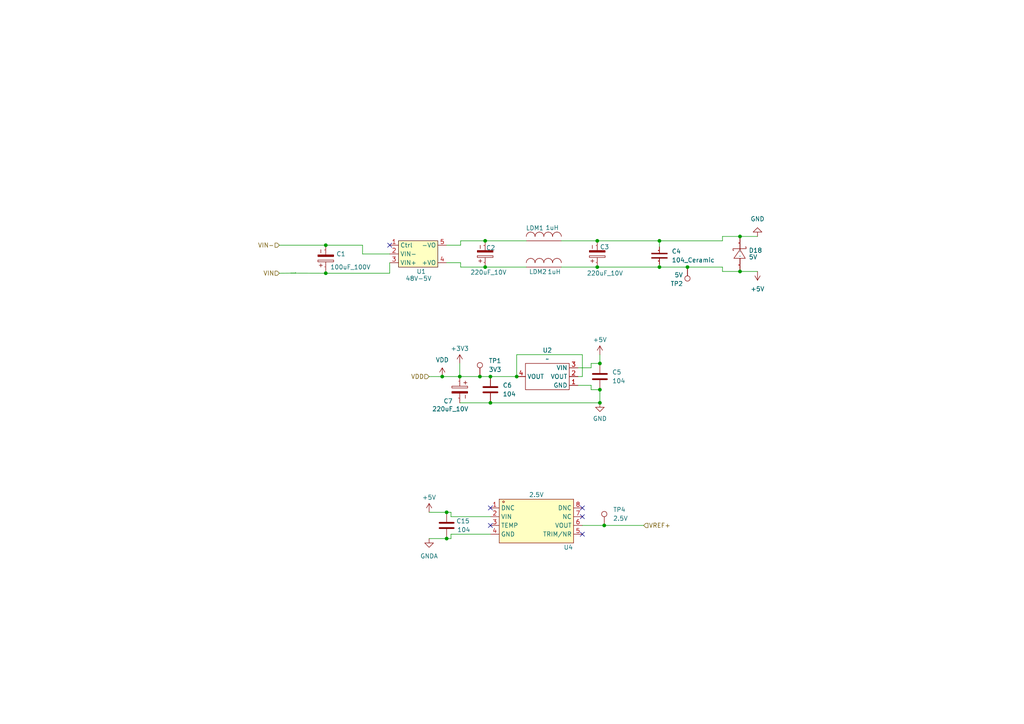
<source format=kicad_sch>
(kicad_sch
	(version 20231120)
	(generator "eeschema")
	(generator_version "8.0")
	(uuid "65df18de-0523-4794-af20-582b4c9db4be")
	(paper "A4")
	(lib_symbols
		(symbol "Connector:TestPoint"
			(pin_numbers hide)
			(pin_names
				(offset 0.762) hide)
			(exclude_from_sim no)
			(in_bom yes)
			(on_board yes)
			(property "Reference" "TP"
				(at 0 6.858 0)
				(effects
					(font
						(size 1.27 1.27)
					)
				)
			)
			(property "Value" "TestPoint"
				(at 0 5.08 0)
				(effects
					(font
						(size 1.27 1.27)
					)
				)
			)
			(property "Footprint" ""
				(at 5.08 0 0)
				(effects
					(font
						(size 1.27 1.27)
					)
					(hide yes)
				)
			)
			(property "Datasheet" "~"
				(at 5.08 0 0)
				(effects
					(font
						(size 1.27 1.27)
					)
					(hide yes)
				)
			)
			(property "Description" "test point"
				(at 0 0 0)
				(effects
					(font
						(size 1.27 1.27)
					)
					(hide yes)
				)
			)
			(property "ki_keywords" "test point tp"
				(at 0 0 0)
				(effects
					(font
						(size 1.27 1.27)
					)
					(hide yes)
				)
			)
			(property "ki_fp_filters" "Pin* Test*"
				(at 0 0 0)
				(effects
					(font
						(size 1.27 1.27)
					)
					(hide yes)
				)
			)
			(symbol "TestPoint_0_1"
				(circle
					(center 0 3.302)
					(radius 0.762)
					(stroke
						(width 0)
						(type default)
					)
					(fill
						(type none)
					)
				)
			)
			(symbol "TestPoint_1_1"
				(pin passive line
					(at 0 0 90)
					(length 2.54)
					(name "1"
						(effects
							(font
								(size 1.27 1.27)
							)
						)
					)
					(number "1"
						(effects
							(font
								(size 1.27 1.27)
							)
						)
					)
				)
			)
		)
		(symbol "Device:C"
			(pin_numbers hide)
			(pin_names
				(offset 0.254)
			)
			(exclude_from_sim no)
			(in_bom yes)
			(on_board yes)
			(property "Reference" "C"
				(at 0.635 2.54 0)
				(effects
					(font
						(size 1.27 1.27)
					)
					(justify left)
				)
			)
			(property "Value" "C"
				(at 0.635 -2.54 0)
				(effects
					(font
						(size 1.27 1.27)
					)
					(justify left)
				)
			)
			(property "Footprint" ""
				(at 0.9652 -3.81 0)
				(effects
					(font
						(size 1.27 1.27)
					)
					(hide yes)
				)
			)
			(property "Datasheet" "~"
				(at 0 0 0)
				(effects
					(font
						(size 1.27 1.27)
					)
					(hide yes)
				)
			)
			(property "Description" "Unpolarized capacitor"
				(at 0 0 0)
				(effects
					(font
						(size 1.27 1.27)
					)
					(hide yes)
				)
			)
			(property "ki_keywords" "cap capacitor"
				(at 0 0 0)
				(effects
					(font
						(size 1.27 1.27)
					)
					(hide yes)
				)
			)
			(property "ki_fp_filters" "C_*"
				(at 0 0 0)
				(effects
					(font
						(size 1.27 1.27)
					)
					(hide yes)
				)
			)
			(symbol "C_0_1"
				(polyline
					(pts
						(xy -2.032 -0.762) (xy 2.032 -0.762)
					)
					(stroke
						(width 0.508)
						(type default)
					)
					(fill
						(type none)
					)
				)
				(polyline
					(pts
						(xy -2.032 0.762) (xy 2.032 0.762)
					)
					(stroke
						(width 0.508)
						(type default)
					)
					(fill
						(type none)
					)
				)
			)
			(symbol "C_1_1"
				(pin passive line
					(at 0 3.81 270)
					(length 2.794)
					(name "~"
						(effects
							(font
								(size 1.27 1.27)
							)
						)
					)
					(number "1"
						(effects
							(font
								(size 1.27 1.27)
							)
						)
					)
				)
				(pin passive line
					(at 0 -3.81 90)
					(length 2.794)
					(name "~"
						(effects
							(font
								(size 1.27 1.27)
							)
						)
					)
					(number "2"
						(effects
							(font
								(size 1.27 1.27)
							)
						)
					)
				)
			)
		)
		(symbol "MY_Library:AMS1117_3.3"
			(exclude_from_sim no)
			(in_bom yes)
			(on_board yes)
			(property "Reference" "U"
				(at 6.858 -7.366 0)
				(effects
					(font
						(size 1.27 1.27)
					)
				)
			)
			(property "Value" ""
				(at 5.334 -6.604 0)
				(effects
					(font
						(size 1.27 1.27)
					)
				)
			)
			(property "Footprint" "Package_TO_SOT_SMD:SOT-223"
				(at 6.858 -10.668 0)
				(effects
					(font
						(size 1.27 1.27)
					)
					(hide yes)
				)
			)
			(property "Datasheet" ""
				(at 5.334 -6.604 0)
				(effects
					(font
						(size 1.27 1.27)
					)
					(hide yes)
				)
			)
			(property "Description" "ldo"
				(at 3.048 -5.842 0)
				(effects
					(font
						(size 1.27 1.27)
					)
					(hide yes)
				)
			)
			(symbol "AMS1117_3.3_0_1"
				(rectangle
					(start -6.35 3.81)
					(end 6.35 -3.81)
					(stroke
						(width 0)
						(type default)
					)
					(fill
						(type none)
					)
				)
			)
			(symbol "AMS1117_3.3_1_1"
				(pin input line
					(at 8.89 -2.54 180)
					(length 2.54)
					(name "GND"
						(effects
							(font
								(size 1.27 1.27)
							)
						)
					)
					(number "1"
						(effects
							(font
								(size 1.27 1.27)
							)
						)
					)
				)
				(pin input line
					(at 8.89 0 180)
					(length 2.54)
					(name "VOUT"
						(effects
							(font
								(size 1.27 1.27)
							)
						)
					)
					(number "2"
						(effects
							(font
								(size 1.27 1.27)
							)
						)
					)
				)
				(pin input line
					(at 8.89 2.54 180)
					(length 2.54)
					(name "VIN"
						(effects
							(font
								(size 1.27 1.27)
							)
						)
					)
					(number "3"
						(effects
							(font
								(size 1.27 1.27)
							)
						)
					)
				)
				(pin input line
					(at -8.89 0 0)
					(length 2.54)
					(name "VOUT"
						(effects
							(font
								(size 1.27 1.27)
							)
						)
					)
					(number "4"
						(effects
							(font
								(size 1.27 1.27)
							)
						)
					)
				)
			)
		)
		(symbol "MY_Library:REF5025AID电压基准"
			(exclude_from_sim no)
			(in_bom yes)
			(on_board yes)
			(property "Reference" "U"
				(at 9.652 -7.874 0)
				(effects
					(font
						(size 1.27 1.27)
					)
				)
			)
			(property "Value" ""
				(at -3.81 -3.556 0)
				(effects
					(font
						(size 1.27 1.27)
					)
				)
			)
			(property "Footprint" "Package_SO:SOIC-8-1EP_3.9x4.9mm_P1.27mm_EP2.29x3mm"
				(at -3.556 -8.382 0)
				(effects
					(font
						(size 1.27 1.27)
					)
					(hide yes)
				)
			)
			(property "Datasheet" ""
				(at -3.81 -3.556 0)
				(effects
					(font
						(size 1.27 1.27)
					)
					(hide yes)
				)
			)
			(property "Description" ""
				(at -3.81 -3.556 0)
				(effects
					(font
						(size 1.27 1.27)
					)
					(hide yes)
				)
			)
			(symbol "REF5025AID电压基准_0_1"
				(circle
					(center -8.89 5.588)
					(radius 0.254)
					(stroke
						(width 0)
						(type default)
					)
					(fill
						(type none)
					)
				)
			)
			(symbol "REF5025AID电压基准_1_1"
				(rectangle
					(start -10.16 6.35)
					(end 11.43 -6.35)
					(stroke
						(width 0)
						(type default)
					)
					(fill
						(type background)
					)
				)
				(pin input line
					(at -12.7 3.81 0)
					(length 2.54)
					(name "DNC"
						(effects
							(font
								(size 1.27 1.27)
							)
						)
					)
					(number "1"
						(effects
							(font
								(size 1.27 1.27)
							)
						)
					)
				)
				(pin input line
					(at -12.7 1.27 0)
					(length 2.54)
					(name "VIN"
						(effects
							(font
								(size 1.27 1.27)
							)
						)
					)
					(number "2"
						(effects
							(font
								(size 1.27 1.27)
							)
						)
					)
				)
				(pin input line
					(at -12.7 -1.27 0)
					(length 2.54)
					(name "TEMP"
						(effects
							(font
								(size 1.27 1.27)
							)
						)
					)
					(number "3"
						(effects
							(font
								(size 1.27 1.27)
							)
						)
					)
				)
				(pin input line
					(at -12.7 -3.81 0)
					(length 2.54)
					(name "GND"
						(effects
							(font
								(size 1.27 1.27)
							)
						)
					)
					(number "4"
						(effects
							(font
								(size 1.27 1.27)
							)
						)
					)
				)
				(pin input line
					(at 13.97 -3.81 180)
					(length 2.54)
					(name "TRIM/NR"
						(effects
							(font
								(size 1.27 1.27)
							)
						)
					)
					(number "5"
						(effects
							(font
								(size 1.27 1.27)
							)
						)
					)
				)
				(pin input line
					(at 13.97 -1.27 180)
					(length 2.54)
					(name "VOUT"
						(effects
							(font
								(size 1.27 1.27)
							)
						)
					)
					(number "6"
						(effects
							(font
								(size 1.27 1.27)
							)
						)
					)
				)
				(pin input line
					(at 13.97 1.27 180)
					(length 2.54)
					(name "NC"
						(effects
							(font
								(size 1.27 1.27)
							)
						)
					)
					(number "7"
						(effects
							(font
								(size 1.27 1.27)
							)
						)
					)
				)
				(pin input line
					(at 13.97 3.81 180)
					(length 2.54)
					(name "DNC"
						(effects
							(font
								(size 1.27 1.27)
							)
						)
					)
					(number "8"
						(effects
							(font
								(size 1.27 1.27)
							)
						)
					)
				)
			)
		)
		(symbol "MY_Library:SMBJ5.0A_C2758500"
			(exclude_from_sim no)
			(in_bom yes)
			(on_board yes)
			(property "Reference" "D?"
				(at 5.334 -2.794 0)
				(effects
					(font
						(size 1.27 1.27)
					)
				)
			)
			(property "Value" ""
				(at 0 0 0)
				(effects
					(font
						(size 1.27 1.27)
					)
				)
			)
			(property "Footprint" "MYLibrary:SMB_L4.3-W3.6-LS5.4-RD"
				(at -1.27 -6.096 0)
				(effects
					(font
						(size 1.27 1.27)
					)
					(hide yes)
				)
			)
			(property "Datasheet" ""
				(at 0 0 0)
				(effects
					(font
						(size 1.27 1.27)
					)
					(hide yes)
				)
			)
			(property "Description" ""
				(at 0 0 0)
				(effects
					(font
						(size 1.27 1.27)
					)
					(hide yes)
				)
			)
			(symbol "SMBJ5.0A_C2758500_1_0"
				(polyline
					(pts
						(xy 1.27 1.524) (xy -1.27 0) (xy -1.27 0) (xy 1.27 -1.778) (xy 1.27 -1.778) (xy 1.27 1.524)
					)
					(stroke
						(width 0)
						(type default)
					)
					(fill
						(type none)
					)
				)
				(polyline
					(pts
						(xy -2.032 1.524) (xy -2.032 1.778) (xy -2.032 1.778) (xy -1.524 1.778) (xy -1.524 1.778) (xy -1.524 -2.032)
						(xy -1.524 -2.032) (xy -1.016 -2.032) (xy -1.016 -2.032) (xy -1.016 -1.778)
					)
					(stroke
						(width 0)
						(type default)
					)
					(fill
						(type none)
					)
				)
				(pin input line
					(at -5.08 0 0)
					(length 3.81)
					(name "K"
						(effects
							(font
								(size 0.0254 0.0254)
							)
						)
					)
					(number "1"
						(effects
							(font
								(size 0.0254 0.0254)
							)
						)
					)
				)
				(pin input line
					(at 5.08 0 180)
					(length 3.81)
					(name "A"
						(effects
							(font
								(size 0.0254 0.0254)
							)
						)
					)
					(number "2"
						(effects
							(font
								(size 0.0254 0.0254)
							)
						)
					)
				)
			)
		)
		(symbol "MY_Library:URB4805YMD-10WR3"
			(exclude_from_sim no)
			(in_bom yes)
			(on_board yes)
			(property "Reference" "U"
				(at 2.54 -7.62 0)
				(effects
					(font
						(size 1.27 1.27)
					)
				)
			)
			(property "Value" ""
				(at -2.54 0 0)
				(effects
					(font
						(size 1.27 1.27)
					)
				)
			)
			(property "Footprint" ""
				(at -2.54 0 0)
				(effects
					(font
						(size 1.27 1.27)
					)
					(hide yes)
				)
			)
			(property "Datasheet" ""
				(at -2.54 0 0)
				(effects
					(font
						(size 1.27 1.27)
					)
					(hide yes)
				)
			)
			(property "Description" ""
				(at 0 0 0)
				(effects
					(font
						(size 1.27 1.27)
					)
					(hide yes)
				)
			)
			(symbol "URB4805YMD-10WR3_1_1"
				(rectangle
					(start -6.35 3.81)
					(end 5.08 -3.81)
					(stroke
						(width 0)
						(type default)
						(color 72 0 0 1)
					)
					(fill
						(type background)
					)
				)
				(pin input line
					(at -8.89 2.54 0)
					(length 2.54)
					(name "Ctrl"
						(effects
							(font
								(size 1.27 1.27)
							)
						)
					)
					(number "1"
						(effects
							(font
								(size 1.27 1.27)
							)
						)
					)
				)
				(pin input line
					(at -8.89 0 0)
					(length 2.54)
					(name "VIN-"
						(effects
							(font
								(size 1.27 1.27)
							)
						)
					)
					(number "2"
						(effects
							(font
								(size 1.27 1.27)
							)
						)
					)
				)
				(pin input line
					(at -8.89 -2.54 0)
					(length 2.54)
					(name "VIN+"
						(effects
							(font
								(size 1.27 1.27)
							)
						)
					)
					(number "3"
						(effects
							(font
								(size 1.27 1.27)
							)
						)
					)
				)
				(pin output line
					(at 7.62 -2.54 180)
					(length 2.54)
					(name "+VO"
						(effects
							(font
								(size 1.27 1.27)
							)
						)
					)
					(number "4"
						(effects
							(font
								(size 1.27 1.27)
							)
						)
					)
				)
				(pin output line
					(at 7.62 2.54 180)
					(length 2.54)
					(name "-VO"
						(effects
							(font
								(size 1.27 1.27)
							)
						)
					)
					(number "5"
						(effects
							(font
								(size 1.27 1.27)
							)
						)
					)
				)
			)
		)
		(symbol "MY_Library:工字电感"
			(exclude_from_sim no)
			(in_bom yes)
			(on_board yes)
			(property "Reference" "LDM"
				(at 3.81 -2.54 0)
				(effects
					(font
						(size 1.27 1.27)
					)
				)
			)
			(property "Value" ""
				(at 0 0 0)
				(effects
					(font
						(size 1.27 1.27)
					)
				)
			)
			(property "Footprint" ""
				(at 0 0 0)
				(effects
					(font
						(size 1.27 1.27)
					)
					(hide yes)
				)
			)
			(property "Datasheet" ""
				(at 0 0 0)
				(effects
					(font
						(size 1.27 1.27)
					)
					(hide yes)
				)
			)
			(property "Description" ""
				(at 0 0 0)
				(effects
					(font
						(size 1.27 1.27)
					)
					(hide yes)
				)
			)
			(symbol "工字电感_0_1"
				(arc
					(start -3.81 2.54)
					(mid -4.708 2.168)
					(end -5.08 1.27)
					(stroke
						(width 0)
						(type default)
					)
					(fill
						(type none)
					)
				)
				(arc
					(start -2.54 1.27)
					(mid -2.912 2.168)
					(end -3.81 2.54)
					(stroke
						(width 0)
						(type default)
					)
					(fill
						(type none)
					)
				)
				(arc
					(start -1.27 2.54)
					(mid -2.168 2.168)
					(end -2.54 1.27)
					(stroke
						(width 0)
						(type default)
					)
					(fill
						(type none)
					)
				)
				(polyline
					(pts
						(xy -5.08 0) (xy 5.08 0)
					)
					(stroke
						(width 0)
						(type default)
					)
					(fill
						(type none)
					)
				)
				(arc
					(start 0 1.27)
					(mid -0.372 2.168)
					(end -1.27 2.54)
					(stroke
						(width 0)
						(type default)
					)
					(fill
						(type none)
					)
				)
				(arc
					(start 1.27 2.54)
					(mid 0.372 2.168)
					(end 0 1.27)
					(stroke
						(width 0)
						(type default)
					)
					(fill
						(type none)
					)
				)
				(arc
					(start 2.54 1.27)
					(mid 2.168 2.168)
					(end 1.27 2.54)
					(stroke
						(width 0)
						(type default)
					)
					(fill
						(type none)
					)
				)
				(arc
					(start 3.81 2.54)
					(mid 2.912 2.168)
					(end 2.54 1.27)
					(stroke
						(width 0)
						(type default)
					)
					(fill
						(type none)
					)
				)
				(arc
					(start 5.08 1.27)
					(mid 4.708 2.168)
					(end 3.81 2.54)
					(stroke
						(width 0)
						(type default)
					)
					(fill
						(type none)
					)
				)
			)
			(symbol "工字电感_1_1"
				(pin passive line
					(at -5.08 0 0)
					(length 2.54) hide
					(name ""
						(effects
							(font
								(size 1.27 1.27)
							)
						)
					)
					(number "1"
						(effects
							(font
								(size 1.27 1.27)
							)
						)
					)
				)
				(pin passive line
					(at 5.08 0 180)
					(length 2.54) hide
					(name ""
						(effects
							(font
								(size 1.27 1.27)
							)
						)
					)
					(number "2"
						(effects
							(font
								(size 1.27 1.27)
							)
						)
					)
				)
			)
		)
		(symbol "PCM_SL_Capacitors:100uF_100V"
			(exclude_from_sim no)
			(in_bom yes)
			(on_board yes)
			(property "Reference" "C"
				(at 0 7.62 0)
				(effects
					(font
						(size 1.27 1.27)
					)
				)
			)
			(property "Value" "100uF_100V"
				(at 0 5.08 0)
				(effects
					(font
						(size 1.27 1.27)
					)
				)
			)
			(property "Footprint" "Capacitor_THT:CP_Radial_D10.0mm_P5.00mm"
				(at 0.762 -3.81 0)
				(effects
					(font
						(size 1.27 1.27)
					)
					(hide yes)
				)
			)
			(property "Datasheet" ""
				(at 0.508 0 0)
				(effects
					(font
						(size 1.27 1.27)
					)
					(hide yes)
				)
			)
			(property "Description" "100uF, 100V Electrolytic Capacitor"
				(at 0 0 0)
				(effects
					(font
						(size 1.27 1.27)
					)
					(hide yes)
				)
			)
			(property "ki_keywords" "Electrolytic Capacitor"
				(at 0 0 0)
				(effects
					(font
						(size 1.27 1.27)
					)
					(hide yes)
				)
			)
			(property "ki_fp_filters" "Capacitor_THT:CP_Radial_D5.0mm_* Capacitor_THT:CP_Radial_D4.0mm_* Capacitor_THT:CP_Radial_D6.3mm_* Capacitor_THT:CP_Radial_D7.5mm_* Capacitor_THT:CP_Radial_D8.0mm_* Capacitor_THT:CP_Radial_D10.0mm_* Capacitor_THT:CP_Radial_D14.0mm_* Capacitor_THT:CP_Radial_D16.0mm_* Capacitor_THT:CP_Radial_D18.0mm_*"
				(at 0 0 0)
				(effects
					(font
						(size 1.27 1.27)
					)
					(hide yes)
				)
			)
			(symbol "100uF_100V_0_0"
				(text "+"
					(at -2.032 1.524 0)
					(effects
						(font
							(size 1.27 1.27)
						)
					)
				)
				(text "-"
					(at 2.032 1.524 0)
					(effects
						(font
							(size 1.27 1.27)
						)
					)
				)
			)
			(symbol "100uF_100V_0_1"
				(rectangle
					(start -1.016 -2.286)
					(end -0.508 2.286)
					(stroke
						(width 0)
						(type default)
					)
					(fill
						(type none)
					)
				)
				(rectangle
					(start 0.508 -2.286)
					(end 1.016 2.286)
					(stroke
						(width 0)
						(type default)
					)
					(fill
						(type outline)
					)
				)
			)
			(symbol "100uF_100V_1_1"
				(pin passive line
					(at -3.81 0 0)
					(length 2.7)
					(name "~"
						(effects
							(font
								(size 0.0254 0.0254)
							)
						)
					)
					(number "1"
						(effects
							(font
								(size 0.0254 0.0254)
							)
						)
					)
				)
				(pin input line
					(at 3.81 0 180)
					(length 2.7)
					(name "~"
						(effects
							(font
								(size 0.0254 0.0254)
							)
						)
					)
					(number "2"
						(effects
							(font
								(size 0.0254 0.0254)
							)
						)
					)
				)
			)
		)
		(symbol "PCM_SL_Capacitors:104_Ceramic"
			(exclude_from_sim no)
			(in_bom yes)
			(on_board yes)
			(property "Reference" "C"
				(at 0 6.35 0)
				(effects
					(font
						(size 1.27 1.27)
					)
				)
			)
			(property "Value" "104_Ceramic"
				(at 0 3.81 0)
				(effects
					(font
						(size 1.27 1.27)
					)
				)
			)
			(property "Footprint" "Capacitor_THT:C_Disc_D5.0mm_W2.5mm_P2.50mm"
				(at 0 -3.81 0)
				(effects
					(font
						(size 1.27 1.27)
					)
					(hide yes)
				)
			)
			(property "Datasheet" ""
				(at 0 0 0)
				(effects
					(font
						(size 1.27 1.27)
					)
					(hide yes)
				)
			)
			(property "Description" "100nF Ceramic Capacitor"
				(at 0 0 0)
				(effects
					(font
						(size 1.27 1.27)
					)
					(hide yes)
				)
			)
			(property "ki_keywords" "Ceramic Capacitor 104 100nF"
				(at 0 0 0)
				(effects
					(font
						(size 1.27 1.27)
					)
					(hide yes)
				)
			)
			(symbol "104_Ceramic_0_1"
				(rectangle
					(start -0.762 2.286)
					(end -0.508 -2.286)
					(stroke
						(width 0)
						(type default)
					)
					(fill
						(type outline)
					)
				)
				(rectangle
					(start 0.508 2.286)
					(end 0.762 -2.286)
					(stroke
						(width 0)
						(type default)
					)
					(fill
						(type outline)
					)
				)
			)
			(symbol "104_Ceramic_1_1"
				(pin passive line
					(at -2.54 0 0)
					(length 2)
					(name "~"
						(effects
							(font
								(size 0.0254 0.0254)
							)
						)
					)
					(number "1"
						(effects
							(font
								(size 0.0254 0.0254)
							)
						)
					)
				)
				(pin input line
					(at 2.54 0 180)
					(length 2)
					(name "~"
						(effects
							(font
								(size 0.0254 0.0254)
							)
						)
					)
					(number "2"
						(effects
							(font
								(size 0.0254 0.0254)
							)
						)
					)
				)
			)
		)
		(symbol "PCM_SL_Capacitors:220uF_10V"
			(exclude_from_sim no)
			(in_bom yes)
			(on_board yes)
			(property "Reference" "C"
				(at 0 7.62 0)
				(effects
					(font
						(size 1.27 1.27)
					)
				)
			)
			(property "Value" "220uF_10V"
				(at 0 5.08 0)
				(effects
					(font
						(size 1.27 1.27)
					)
				)
			)
			(property "Footprint" "Capacitor_THT:CP_Radial_D6.3mm_P2.50mm"
				(at 0.762 -3.81 0)
				(effects
					(font
						(size 1.27 1.27)
					)
					(hide yes)
				)
			)
			(property "Datasheet" ""
				(at 0.508 0 0)
				(effects
					(font
						(size 1.27 1.27)
					)
					(hide yes)
				)
			)
			(property "Description" "220uF, 10V Electrolytic Capacitor"
				(at 0 0 0)
				(effects
					(font
						(size 1.27 1.27)
					)
					(hide yes)
				)
			)
			(property "ki_keywords" "Electrolytic Capacitor"
				(at 0 0 0)
				(effects
					(font
						(size 1.27 1.27)
					)
					(hide yes)
				)
			)
			(property "ki_fp_filters" "Capacitor_THT:CP_Radial_D5.0mm_* Capacitor_THT:CP_Radial_D4.0mm_* Capacitor_THT:CP_Radial_D6.3mm_* Capacitor_THT:CP_Radial_D7.5mm_* Capacitor_THT:CP_Radial_D8.0mm_* Capacitor_THT:CP_Radial_D10.0mm_* Capacitor_THT:CP_Radial_D14.0mm_* Capacitor_THT:CP_Radial_D16.0mm_* Capacitor_THT:CP_Radial_D18.0mm_*"
				(at 0 0 0)
				(effects
					(font
						(size 1.27 1.27)
					)
					(hide yes)
				)
			)
			(symbol "220uF_10V_0_0"
				(text "+"
					(at -2.032 1.524 0)
					(effects
						(font
							(size 1.27 1.27)
						)
					)
				)
				(text "-"
					(at 2.032 1.524 0)
					(effects
						(font
							(size 1.27 1.27)
						)
					)
				)
			)
			(symbol "220uF_10V_0_1"
				(rectangle
					(start -1.016 -2.286)
					(end -0.508 2.286)
					(stroke
						(width 0)
						(type default)
					)
					(fill
						(type none)
					)
				)
				(rectangle
					(start 0.508 -2.286)
					(end 1.016 2.286)
					(stroke
						(width 0)
						(type default)
					)
					(fill
						(type outline)
					)
				)
			)
			(symbol "220uF_10V_1_1"
				(pin passive line
					(at -3.81 0 0)
					(length 2.7)
					(name "~"
						(effects
							(font
								(size 0.0254 0.0254)
							)
						)
					)
					(number "1"
						(effects
							(font
								(size 0.0254 0.0254)
							)
						)
					)
				)
				(pin input line
					(at 3.81 0 180)
					(length 2.7)
					(name "~"
						(effects
							(font
								(size 0.0254 0.0254)
							)
						)
					)
					(number "2"
						(effects
							(font
								(size 0.0254 0.0254)
							)
						)
					)
				)
			)
		)
		(symbol "power:+3V3"
			(power)
			(pin_names
				(offset 0)
			)
			(exclude_from_sim no)
			(in_bom yes)
			(on_board yes)
			(property "Reference" "#PWR"
				(at 0 -3.81 0)
				(effects
					(font
						(size 1.27 1.27)
					)
					(hide yes)
				)
			)
			(property "Value" "+3V3"
				(at 0 3.556 0)
				(effects
					(font
						(size 1.27 1.27)
					)
				)
			)
			(property "Footprint" ""
				(at 0 0 0)
				(effects
					(font
						(size 1.27 1.27)
					)
					(hide yes)
				)
			)
			(property "Datasheet" ""
				(at 0 0 0)
				(effects
					(font
						(size 1.27 1.27)
					)
					(hide yes)
				)
			)
			(property "Description" "Power symbol creates a global label with name \"+3V3\""
				(at 0 0 0)
				(effects
					(font
						(size 1.27 1.27)
					)
					(hide yes)
				)
			)
			(property "ki_keywords" "global power"
				(at 0 0 0)
				(effects
					(font
						(size 1.27 1.27)
					)
					(hide yes)
				)
			)
			(symbol "+3V3_0_1"
				(polyline
					(pts
						(xy -0.762 1.27) (xy 0 2.54)
					)
					(stroke
						(width 0)
						(type default)
					)
					(fill
						(type none)
					)
				)
				(polyline
					(pts
						(xy 0 0) (xy 0 2.54)
					)
					(stroke
						(width 0)
						(type default)
					)
					(fill
						(type none)
					)
				)
				(polyline
					(pts
						(xy 0 2.54) (xy 0.762 1.27)
					)
					(stroke
						(width 0)
						(type default)
					)
					(fill
						(type none)
					)
				)
			)
			(symbol "+3V3_1_1"
				(pin power_in line
					(at 0 0 90)
					(length 0) hide
					(name "+3V3"
						(effects
							(font
								(size 1.27 1.27)
							)
						)
					)
					(number "1"
						(effects
							(font
								(size 1.27 1.27)
							)
						)
					)
				)
			)
		)
		(symbol "power:+5V"
			(power)
			(pin_names
				(offset 0)
			)
			(exclude_from_sim no)
			(in_bom yes)
			(on_board yes)
			(property "Reference" "#PWR"
				(at 0 -3.81 0)
				(effects
					(font
						(size 1.27 1.27)
					)
					(hide yes)
				)
			)
			(property "Value" "+5V"
				(at 0 3.556 0)
				(effects
					(font
						(size 1.27 1.27)
					)
				)
			)
			(property "Footprint" ""
				(at 0 0 0)
				(effects
					(font
						(size 1.27 1.27)
					)
					(hide yes)
				)
			)
			(property "Datasheet" ""
				(at 0 0 0)
				(effects
					(font
						(size 1.27 1.27)
					)
					(hide yes)
				)
			)
			(property "Description" "Power symbol creates a global label with name \"+5V\""
				(at 0 0 0)
				(effects
					(font
						(size 1.27 1.27)
					)
					(hide yes)
				)
			)
			(property "ki_keywords" "global power"
				(at 0 0 0)
				(effects
					(font
						(size 1.27 1.27)
					)
					(hide yes)
				)
			)
			(symbol "+5V_0_1"
				(polyline
					(pts
						(xy -0.762 1.27) (xy 0 2.54)
					)
					(stroke
						(width 0)
						(type default)
					)
					(fill
						(type none)
					)
				)
				(polyline
					(pts
						(xy 0 0) (xy 0 2.54)
					)
					(stroke
						(width 0)
						(type default)
					)
					(fill
						(type none)
					)
				)
				(polyline
					(pts
						(xy 0 2.54) (xy 0.762 1.27)
					)
					(stroke
						(width 0)
						(type default)
					)
					(fill
						(type none)
					)
				)
			)
			(symbol "+5V_1_1"
				(pin power_in line
					(at 0 0 90)
					(length 0) hide
					(name "+5V"
						(effects
							(font
								(size 1.27 1.27)
							)
						)
					)
					(number "1"
						(effects
							(font
								(size 1.27 1.27)
							)
						)
					)
				)
			)
		)
		(symbol "power:GND"
			(power)
			(pin_names
				(offset 0)
			)
			(exclude_from_sim no)
			(in_bom yes)
			(on_board yes)
			(property "Reference" "#PWR"
				(at 0 -6.35 0)
				(effects
					(font
						(size 1.27 1.27)
					)
					(hide yes)
				)
			)
			(property "Value" "GND"
				(at 0 -3.81 0)
				(effects
					(font
						(size 1.27 1.27)
					)
				)
			)
			(property "Footprint" ""
				(at 0 0 0)
				(effects
					(font
						(size 1.27 1.27)
					)
					(hide yes)
				)
			)
			(property "Datasheet" ""
				(at 0 0 0)
				(effects
					(font
						(size 1.27 1.27)
					)
					(hide yes)
				)
			)
			(property "Description" "Power symbol creates a global label with name \"GND\" , ground"
				(at 0 0 0)
				(effects
					(font
						(size 1.27 1.27)
					)
					(hide yes)
				)
			)
			(property "ki_keywords" "global power"
				(at 0 0 0)
				(effects
					(font
						(size 1.27 1.27)
					)
					(hide yes)
				)
			)
			(symbol "GND_0_1"
				(polyline
					(pts
						(xy 0 0) (xy 0 -1.27) (xy 1.27 -1.27) (xy 0 -2.54) (xy -1.27 -1.27) (xy 0 -1.27)
					)
					(stroke
						(width 0)
						(type default)
					)
					(fill
						(type none)
					)
				)
			)
			(symbol "GND_1_1"
				(pin power_in line
					(at 0 0 270)
					(length 0) hide
					(name "GND"
						(effects
							(font
								(size 1.27 1.27)
							)
						)
					)
					(number "1"
						(effects
							(font
								(size 1.27 1.27)
							)
						)
					)
				)
			)
		)
		(symbol "power:GNDA"
			(power)
			(pin_names
				(offset 0)
			)
			(exclude_from_sim no)
			(in_bom yes)
			(on_board yes)
			(property "Reference" "#PWR"
				(at 0 -6.35 0)
				(effects
					(font
						(size 1.27 1.27)
					)
					(hide yes)
				)
			)
			(property "Value" "GNDA"
				(at 0 -3.81 0)
				(effects
					(font
						(size 1.27 1.27)
					)
				)
			)
			(property "Footprint" ""
				(at 0 0 0)
				(effects
					(font
						(size 1.27 1.27)
					)
					(hide yes)
				)
			)
			(property "Datasheet" ""
				(at 0 0 0)
				(effects
					(font
						(size 1.27 1.27)
					)
					(hide yes)
				)
			)
			(property "Description" "Power symbol creates a global label with name \"GNDA\" , analog ground"
				(at 0 0 0)
				(effects
					(font
						(size 1.27 1.27)
					)
					(hide yes)
				)
			)
			(property "ki_keywords" "global power"
				(at 0 0 0)
				(effects
					(font
						(size 1.27 1.27)
					)
					(hide yes)
				)
			)
			(symbol "GNDA_0_1"
				(polyline
					(pts
						(xy 0 0) (xy 0 -1.27) (xy 1.27 -1.27) (xy 0 -2.54) (xy -1.27 -1.27) (xy 0 -1.27)
					)
					(stroke
						(width 0)
						(type default)
					)
					(fill
						(type none)
					)
				)
			)
			(symbol "GNDA_1_1"
				(pin power_in line
					(at 0 0 270)
					(length 0) hide
					(name "GNDA"
						(effects
							(font
								(size 1.27 1.27)
							)
						)
					)
					(number "1"
						(effects
							(font
								(size 1.27 1.27)
							)
						)
					)
				)
			)
		)
		(symbol "power:VDD"
			(power)
			(pin_names
				(offset 0)
			)
			(exclude_from_sim no)
			(in_bom yes)
			(on_board yes)
			(property "Reference" "#PWR"
				(at 0 -3.81 0)
				(effects
					(font
						(size 1.27 1.27)
					)
					(hide yes)
				)
			)
			(property "Value" "VDD"
				(at 0 3.81 0)
				(effects
					(font
						(size 1.27 1.27)
					)
				)
			)
			(property "Footprint" ""
				(at 0 0 0)
				(effects
					(font
						(size 1.27 1.27)
					)
					(hide yes)
				)
			)
			(property "Datasheet" ""
				(at 0 0 0)
				(effects
					(font
						(size 1.27 1.27)
					)
					(hide yes)
				)
			)
			(property "Description" "Power symbol creates a global label with name \"VDD\""
				(at 0 0 0)
				(effects
					(font
						(size 1.27 1.27)
					)
					(hide yes)
				)
			)
			(property "ki_keywords" "global power"
				(at 0 0 0)
				(effects
					(font
						(size 1.27 1.27)
					)
					(hide yes)
				)
			)
			(symbol "VDD_0_1"
				(polyline
					(pts
						(xy -0.762 1.27) (xy 0 2.54)
					)
					(stroke
						(width 0)
						(type default)
					)
					(fill
						(type none)
					)
				)
				(polyline
					(pts
						(xy 0 0) (xy 0 2.54)
					)
					(stroke
						(width 0)
						(type default)
					)
					(fill
						(type none)
					)
				)
				(polyline
					(pts
						(xy 0 2.54) (xy 0.762 1.27)
					)
					(stroke
						(width 0)
						(type default)
					)
					(fill
						(type none)
					)
				)
			)
			(symbol "VDD_1_1"
				(pin power_in line
					(at 0 0 90)
					(length 0) hide
					(name "VDD"
						(effects
							(font
								(size 1.27 1.27)
							)
						)
					)
					(number "1"
						(effects
							(font
								(size 1.27 1.27)
							)
						)
					)
				)
			)
		)
	)
	(junction
		(at 142.24 116.84)
		(diameter 0)
		(color 0 0 0 0)
		(uuid "1c762714-818f-4f62-b8c2-1c8c89b8daba")
	)
	(junction
		(at 139.192 109.22)
		(diameter 0)
		(color 0 0 0 0)
		(uuid "1fe04421-9f7e-40f4-9013-9a88de4f51d9")
	)
	(junction
		(at 214.63 68.58)
		(diameter 0)
		(color 0 0 0 0)
		(uuid "27cdc7e2-e308-4c85-82af-739d341e951a")
	)
	(junction
		(at 191.262 69.85)
		(diameter 0)
		(color 0 0 0 0)
		(uuid "29bfc86a-e9ce-4854-9575-9aa3c052564b")
	)
	(junction
		(at 191.262 77.47)
		(diameter 0)
		(color 0 0 0 0)
		(uuid "45790ca0-e6a3-403a-b608-b3a5e3beb389")
	)
	(junction
		(at 173.228 69.85)
		(diameter 0)
		(color 0 0 0 0)
		(uuid "55f2dcf4-df56-4606-a0c0-74787ca641a1")
	)
	(junction
		(at 142.24 109.22)
		(diameter 0)
		(color 0 0 0 0)
		(uuid "683d2c1c-a978-40d7-bbca-92f1e29a8b6f")
	)
	(junction
		(at 175.26 152.4)
		(diameter 0)
		(color 0 0 0 0)
		(uuid "71ad6f71-c3c1-4e60-862e-2750ceb51ebf")
	)
	(junction
		(at 199.39 77.47)
		(diameter 0)
		(color 0 0 0 0)
		(uuid "85d8e988-7731-4d1c-8be4-96dc3c6616c8")
	)
	(junction
		(at 173.99 105.41)
		(diameter 0)
		(color 0 0 0 0)
		(uuid "8e656e35-cacd-4ccd-9088-234c9960c848")
	)
	(junction
		(at 133.35 109.22)
		(diameter 0)
		(color 0 0 0 0)
		(uuid "8f0b2c05-f34b-47ad-8181-1ed8d3a450b3")
	)
	(junction
		(at 140.716 69.85)
		(diameter 0)
		(color 0 0 0 0)
		(uuid "9245ec43-7cc2-4edb-bb36-fb5301cf65ed")
	)
	(junction
		(at 94.488 79.248)
		(diameter 0)
		(color 0 0 0 0)
		(uuid "a812b8ce-547e-4b2b-9e3a-f5b6aef03a6b")
	)
	(junction
		(at 129.54 156.21)
		(diameter 0)
		(color 0 0 0 0)
		(uuid "afc48baa-4020-4f53-8c2c-3e470408260a")
	)
	(junction
		(at 173.99 116.84)
		(diameter 0)
		(color 0 0 0 0)
		(uuid "bcfd3c8b-5932-4bfd-bf60-9e18ad92b0d5")
	)
	(junction
		(at 128.27 109.22)
		(diameter 0)
		(color 0 0 0 0)
		(uuid "bf7394b4-607c-4784-ad75-d7a3e09cb2d2")
	)
	(junction
		(at 173.99 113.03)
		(diameter 0)
		(color 0 0 0 0)
		(uuid "ccd68c29-4d4a-4907-92c9-8a849d92d467")
	)
	(junction
		(at 129.54 148.59)
		(diameter 0)
		(color 0 0 0 0)
		(uuid "cf214b64-5580-48eb-8f3c-80b425a3f603")
	)
	(junction
		(at 149.86 109.22)
		(diameter 0)
		(color 0 0 0 0)
		(uuid "dcc9be2a-16a2-494d-867c-5e537b55aece")
	)
	(junction
		(at 214.63 78.74)
		(diameter 0)
		(color 0 0 0 0)
		(uuid "f1354b48-17f3-4a1c-8dd2-e97c8137e758")
	)
	(junction
		(at 173.228 77.47)
		(diameter 0)
		(color 0 0 0 0)
		(uuid "f2f6b9a5-e181-4330-a7e9-fe9a003ce9c2")
	)
	(junction
		(at 94.488 71.12)
		(diameter 0)
		(color 0 0 0 0)
		(uuid "fa024108-6eec-4b18-ad3c-919599206f6c")
	)
	(junction
		(at 140.716 77.47)
		(diameter 0)
		(color 0 0 0 0)
		(uuid "fc4c4da3-e7aa-4b36-9569-c4fe35c0e09d")
	)
	(no_connect
		(at 168.91 154.94)
		(uuid "1beb6ca9-0c52-479d-812c-3d77ae50edcf")
	)
	(no_connect
		(at 142.24 152.4)
		(uuid "2e92865d-c0ba-451d-a7e1-d5a58af5da4a")
	)
	(no_connect
		(at 168.91 149.86)
		(uuid "4e588621-951f-4442-9cbc-22dbc92f1593")
	)
	(no_connect
		(at 168.91 147.32)
		(uuid "8ed20a12-d083-4205-a422-540b97e399e9")
	)
	(no_connect
		(at 142.24 147.32)
		(uuid "a2e43e22-bf29-42ce-b782-0441a01d1c56")
	)
	(no_connect
		(at 113.03 71.12)
		(uuid "ba72d7cd-85e7-4e4e-8802-555b494f45b5")
	)
	(wire
		(pts
			(xy 209.55 78.74) (xy 209.55 77.47)
		)
		(stroke
			(width 0)
			(type default)
		)
		(uuid "01afcf94-e35e-46d1-8f00-582f7761b0c8")
	)
	(wire
		(pts
			(xy 209.55 78.74) (xy 214.63 78.74)
		)
		(stroke
			(width 0)
			(type default)
		)
		(uuid "063e3f30-8b37-4432-a4d8-fb171bb29d3f")
	)
	(wire
		(pts
			(xy 167.64 106.68) (xy 171.45 106.68)
		)
		(stroke
			(width 0)
			(type default)
		)
		(uuid "06e1cb71-f588-4984-a27a-8796cb062295")
	)
	(wire
		(pts
			(xy 85.75 79.22) (xy 84.38 79.22)
		)
		(stroke
			(width 0)
			(type default)
		)
		(uuid "07fdaa76-683d-47c9-8468-b159785c089a")
	)
	(wire
		(pts
			(xy 209.55 68.58) (xy 209.55 69.85)
		)
		(stroke
			(width 0)
			(type default)
		)
		(uuid "0f2f26e9-35e0-4174-b944-cafd14a48077")
	)
	(wire
		(pts
			(xy 168.91 109.22) (xy 167.64 109.22)
		)
		(stroke
			(width 0)
			(type default)
		)
		(uuid "1034a93e-f47d-47a6-8e81-c4f9043b74b7")
	)
	(wire
		(pts
			(xy 124.46 148.59) (xy 129.54 148.59)
		)
		(stroke
			(width 0)
			(type default)
		)
		(uuid "10e91f83-3bf5-4dde-b062-5b4e82041296")
	)
	(wire
		(pts
			(xy 129.54 156.21) (xy 130.81 156.21)
		)
		(stroke
			(width 0)
			(type default)
		)
		(uuid "12d9c2c5-1671-463f-b8c7-d0edb68a3023")
	)
	(wire
		(pts
			(xy 105.156 73.66) (xy 113.03 73.66)
		)
		(stroke
			(width 0)
			(type default)
		)
		(uuid "13d56175-cb34-415f-b417-9251b16c4a00")
	)
	(wire
		(pts
			(xy 81.026 79.248) (xy 84.38 79.22)
		)
		(stroke
			(width 0)
			(type default)
		)
		(uuid "14384df5-9a13-44c6-a1ea-395f3b873154")
	)
	(wire
		(pts
			(xy 133.35 109.22) (xy 139.192 109.22)
		)
		(stroke
			(width 0)
			(type default)
		)
		(uuid "1492a37d-af8e-40ea-aeb3-de7fa30945fd")
	)
	(wire
		(pts
			(xy 130.81 156.21) (xy 130.81 154.94)
		)
		(stroke
			(width 0)
			(type default)
		)
		(uuid "153ad055-819f-43bf-b83a-2c6faca7f79d")
	)
	(wire
		(pts
			(xy 140.716 77.47) (xy 152.654 77.47)
		)
		(stroke
			(width 0)
			(type default)
		)
		(uuid "15c044e9-5d2d-494b-887e-67c526e63926")
	)
	(wire
		(pts
			(xy 129.54 71.12) (xy 133.604 71.12)
		)
		(stroke
			(width 0)
			(type default)
		)
		(uuid "175e3ec9-1a40-4afd-948b-d2240f8607f5")
	)
	(wire
		(pts
			(xy 140.716 69.85) (xy 152.654 69.85)
		)
		(stroke
			(width 0)
			(type default)
		)
		(uuid "1d13be6a-7ed0-445b-8258-8d4685b13bfb")
	)
	(wire
		(pts
			(xy 171.45 105.41) (xy 173.99 105.41)
		)
		(stroke
			(width 0)
			(type default)
		)
		(uuid "208150e9-028d-4072-914b-322b096c464a")
	)
	(wire
		(pts
			(xy 171.45 113.03) (xy 173.99 113.03)
		)
		(stroke
			(width 0)
			(type default)
		)
		(uuid "20af4915-c8e6-4224-863c-82d1cb5cff27")
	)
	(wire
		(pts
			(xy 133.604 76.2) (xy 133.604 77.47)
		)
		(stroke
			(width 0)
			(type default)
		)
		(uuid "252930ab-c23c-4a2f-8b23-ede31c104b56")
	)
	(wire
		(pts
			(xy 162.814 69.85) (xy 173.228 69.85)
		)
		(stroke
			(width 0)
			(type default)
		)
		(uuid "271d44ad-ff98-4731-b183-4e29706e9851")
	)
	(wire
		(pts
			(xy 129.54 76.2) (xy 133.604 76.2)
		)
		(stroke
			(width 0)
			(type default)
		)
		(uuid "331fbde6-8d14-4316-b3e7-d6d836375133")
	)
	(wire
		(pts
			(xy 105.156 71.12) (xy 105.156 73.66)
		)
		(stroke
			(width 0)
			(type default)
		)
		(uuid "3d5b8452-2af2-42f0-b83d-47813b2b39ab")
	)
	(wire
		(pts
			(xy 199.39 77.47) (xy 209.55 77.47)
		)
		(stroke
			(width 0)
			(type default)
		)
		(uuid "43a8fabd-c2ca-4433-9150-176f313d6d12")
	)
	(wire
		(pts
			(xy 84.38 79.22) (xy 94.488 79.248)
		)
		(stroke
			(width 0)
			(type default)
		)
		(uuid "480e68aa-1e1a-4573-b0b8-a552fde275c5")
	)
	(wire
		(pts
			(xy 168.91 152.4) (xy 175.26 152.4)
		)
		(stroke
			(width 0)
			(type default)
		)
		(uuid "494fdcc2-1057-4ca3-b32a-28407fca2486")
	)
	(wire
		(pts
			(xy 175.26 152.4) (xy 186.69 152.4)
		)
		(stroke
			(width 0)
			(type default)
		)
		(uuid "527d3a0c-5048-45a5-a1a3-4e3fab081c9e")
	)
	(wire
		(pts
			(xy 214.63 78.74) (xy 219.71 78.74)
		)
		(stroke
			(width 0)
			(type default)
		)
		(uuid "5b1a7409-b5b9-4a96-b155-20c95efc3c79")
	)
	(wire
		(pts
			(xy 149.86 102.87) (xy 168.91 102.87)
		)
		(stroke
			(width 0)
			(type default)
		)
		(uuid "6655b813-03ad-4bb9-a220-de1ee37190ae")
	)
	(wire
		(pts
			(xy 149.86 102.87) (xy 149.86 109.22)
		)
		(stroke
			(width 0)
			(type default)
		)
		(uuid "66ea04de-be49-4230-bdb2-8173103659de")
	)
	(wire
		(pts
			(xy 142.24 116.84) (xy 173.99 116.84)
		)
		(stroke
			(width 0)
			(type default)
		)
		(uuid "72c8fced-cb9b-4bde-a194-c65c85307b94")
	)
	(wire
		(pts
			(xy 130.81 149.86) (xy 142.24 149.86)
		)
		(stroke
			(width 0)
			(type default)
		)
		(uuid "76b8f952-2db1-4ec5-9c7e-2bba45c283aa")
	)
	(wire
		(pts
			(xy 129.54 148.59) (xy 130.81 148.59)
		)
		(stroke
			(width 0)
			(type default)
		)
		(uuid "7768f7ba-c522-41e6-a274-b60ccfa23244")
	)
	(wire
		(pts
			(xy 209.55 68.58) (xy 214.63 68.58)
		)
		(stroke
			(width 0)
			(type default)
		)
		(uuid "78bff1ad-65a9-49da-b1ae-fad38cd5e377")
	)
	(wire
		(pts
			(xy 167.64 111.76) (xy 171.45 111.76)
		)
		(stroke
			(width 0)
			(type default)
		)
		(uuid "7a70d435-84b5-473a-b9fd-da5b0ef5fba5")
	)
	(wire
		(pts
			(xy 214.63 68.58) (xy 219.71 68.58)
		)
		(stroke
			(width 0)
			(type default)
		)
		(uuid "7d25c496-02bf-414a-aa1b-c0cf2a618c6a")
	)
	(wire
		(pts
			(xy 113.03 79.248) (xy 94.488 79.248)
		)
		(stroke
			(width 0)
			(type default)
		)
		(uuid "7e58d9f2-c025-4720-992b-64736ed80da5")
	)
	(wire
		(pts
			(xy 124.46 156.21) (xy 129.54 156.21)
		)
		(stroke
			(width 0)
			(type default)
		)
		(uuid "825ecda6-7c1d-4f5a-b511-7c15eb1c3b4f")
	)
	(wire
		(pts
			(xy 81.026 71.12) (xy 94.488 71.12)
		)
		(stroke
			(width 0)
			(type default)
		)
		(uuid "91489273-a16a-40fd-a5b5-85fc3ddd9a27")
	)
	(wire
		(pts
			(xy 130.81 148.59) (xy 130.81 149.86)
		)
		(stroke
			(width 0)
			(type default)
		)
		(uuid "93366229-cbf5-43ca-9acb-d16bdd9db71b")
	)
	(wire
		(pts
			(xy 130.81 154.94) (xy 142.24 154.94)
		)
		(stroke
			(width 0)
			(type default)
		)
		(uuid "98ac2045-b22b-47c2-9f70-cdcd6ad7bd51")
	)
	(wire
		(pts
			(xy 162.814 77.47) (xy 173.228 77.47)
		)
		(stroke
			(width 0)
			(type default)
		)
		(uuid "9cf73fef-785d-459a-b1d3-3f56d581a46c")
	)
	(wire
		(pts
			(xy 113.03 76.2) (xy 113.03 79.248)
		)
		(stroke
			(width 0)
			(type default)
		)
		(uuid "9fc01ff8-f090-47cb-8069-cd8988687fef")
	)
	(wire
		(pts
			(xy 142.24 109.22) (xy 149.86 109.22)
		)
		(stroke
			(width 0)
			(type default)
		)
		(uuid "a0e1298a-8b98-4ec7-a0e8-5df79872715c")
	)
	(wire
		(pts
			(xy 85.75 79.04) (xy 85.75 79.22)
		)
		(stroke
			(width 0)
			(type default)
		)
		(uuid "a1aecfd2-2e5d-4c67-9592-48dfe72d3005")
	)
	(wire
		(pts
			(xy 128.27 109.22) (xy 133.35 109.22)
		)
		(stroke
			(width 0)
			(type default)
		)
		(uuid "a453647e-7b25-4c5e-8346-3b4fd9ce9409")
	)
	(wire
		(pts
			(xy 191.262 69.85) (xy 209.55 69.85)
		)
		(stroke
			(width 0)
			(type default)
		)
		(uuid "bd1b8677-96cd-45f5-9fd9-a42a20c57856")
	)
	(wire
		(pts
			(xy 139.192 109.22) (xy 142.24 109.22)
		)
		(stroke
			(width 0)
			(type default)
		)
		(uuid "bedde174-8c0b-49ae-aaee-9e4c864be0e8")
	)
	(wire
		(pts
			(xy 173.228 77.47) (xy 191.262 77.47)
		)
		(stroke
			(width 0)
			(type default)
		)
		(uuid "c08590ec-0191-4c96-976c-755c9023f0a1")
	)
	(wire
		(pts
			(xy 133.35 116.84) (xy 142.24 116.84)
		)
		(stroke
			(width 0)
			(type default)
		)
		(uuid "cc13b79f-476f-402f-8e34-cfefa4b4f640")
	)
	(wire
		(pts
			(xy 133.35 105.41) (xy 133.35 109.22)
		)
		(stroke
			(width 0)
			(type default)
		)
		(uuid "cec028a5-65eb-419d-8b40-53ba9be17d46")
	)
	(wire
		(pts
			(xy 173.99 113.03) (xy 173.99 116.84)
		)
		(stroke
			(width 0)
			(type default)
		)
		(uuid "cefaf0ef-a722-455c-8adb-45a993bb4f4c")
	)
	(wire
		(pts
			(xy 191.262 77.47) (xy 199.39 77.47)
		)
		(stroke
			(width 0)
			(type default)
		)
		(uuid "d2e37b48-8cd5-4792-9650-3b7a2b4dd3bb")
	)
	(wire
		(pts
			(xy 171.45 111.76) (xy 171.45 113.03)
		)
		(stroke
			(width 0)
			(type default)
		)
		(uuid "d741dbaa-1411-49ab-808d-9249f05034fb")
	)
	(wire
		(pts
			(xy 173.99 105.41) (xy 173.99 102.87)
		)
		(stroke
			(width 0)
			(type default)
		)
		(uuid "dcdab9ae-325a-44ae-8b83-ccd899945d86")
	)
	(wire
		(pts
			(xy 171.45 106.68) (xy 171.45 105.41)
		)
		(stroke
			(width 0)
			(type default)
		)
		(uuid "dcec7574-28c1-437b-9c30-b2b8003ea313")
	)
	(wire
		(pts
			(xy 94.488 71.12) (xy 105.156 71.12)
		)
		(stroke
			(width 0)
			(type default)
		)
		(uuid "e2ec4db7-cd4c-4bd0-be6d-56af686d65f7")
	)
	(wire
		(pts
			(xy 191.262 69.85) (xy 191.262 71.628)
		)
		(stroke
			(width 0)
			(type default)
		)
		(uuid "e435216d-200e-436b-90da-4030245bb7e7")
	)
	(wire
		(pts
			(xy 124.46 109.22) (xy 128.27 109.22)
		)
		(stroke
			(width 0)
			(type default)
		)
		(uuid "e7526dbc-596f-4abc-b2a1-2f31398c65b0")
	)
	(wire
		(pts
			(xy 173.228 69.85) (xy 191.262 69.85)
		)
		(stroke
			(width 0)
			(type default)
		)
		(uuid "ee58c0f5-eb06-49cf-88be-9f5cc177f54d")
	)
	(wire
		(pts
			(xy 133.604 71.12) (xy 133.604 69.85)
		)
		(stroke
			(width 0)
			(type default)
		)
		(uuid "eebd53c3-1957-4d1e-b247-b5e360d44012")
	)
	(wire
		(pts
			(xy 168.91 102.87) (xy 168.91 109.22)
		)
		(stroke
			(width 0)
			(type default)
		)
		(uuid "eede6256-28cb-4a0a-bb9e-3f8ab72bb2e0")
	)
	(wire
		(pts
			(xy 133.604 77.47) (xy 140.716 77.47)
		)
		(stroke
			(width 0)
			(type default)
		)
		(uuid "f0f95f9e-8544-4b2b-8709-5cbc0b00f1b1")
	)
	(wire
		(pts
			(xy 133.604 69.85) (xy 140.716 69.85)
		)
		(stroke
			(width 0)
			(type default)
		)
		(uuid "f242d88d-8634-462f-a890-cf646272ef2e")
	)
	(wire
		(pts
			(xy 191.262 76.708) (xy 191.262 77.47)
		)
		(stroke
			(width 0)
			(type default)
		)
		(uuid "f2a747e1-b13f-4b47-8b3d-73eef1b9c4fd")
	)
	(wire
		(pts
			(xy 94.488 78.74) (xy 94.488 79.248)
		)
		(stroke
			(width 0)
			(type default)
		)
		(uuid "ffcb9e94-70bf-481d-a691-dc6d9728bd0a")
	)
	(hierarchical_label "VIN"
		(shape input)
		(at 81.026 79.248 180)
		(fields_autoplaced yes)
		(effects
			(font
				(size 1.27 1.27)
			)
			(justify right)
		)
		(uuid "a69e1e03-d66c-4398-a46d-28b5f328ff1d")
	)
	(hierarchical_label "VIN-"
		(shape input)
		(at 81.026 71.12 180)
		(fields_autoplaced yes)
		(effects
			(font
				(size 1.27 1.27)
			)
			(justify right)
		)
		(uuid "acd6efca-7295-4e01-be35-503502cf3418")
	)
	(hierarchical_label "VDD"
		(shape input)
		(at 124.46 109.22 180)
		(fields_autoplaced yes)
		(effects
			(font
				(size 1.27 1.27)
			)
			(justify right)
		)
		(uuid "df00d81c-d9f6-4805-8e5f-ca3d427e8cfb")
	)
	(hierarchical_label "VREF+"
		(shape input)
		(at 186.69 152.4 0)
		(fields_autoplaced yes)
		(effects
			(font
				(size 1.27 1.27)
			)
			(justify left)
		)
		(uuid "f08a94d0-c952-4cfb-be92-5cd11b29f4c0")
	)
	(symbol
		(lib_id "power:+3V3")
		(at 133.35 105.41 0)
		(unit 1)
		(exclude_from_sim no)
		(in_bom yes)
		(on_board yes)
		(dnp no)
		(fields_autoplaced yes)
		(uuid "03fd8110-0016-4b90-860c-e95de0485ae6")
		(property "Reference" "#PWR05"
			(at 133.35 109.22 0)
			(effects
				(font
					(size 1.27 1.27)
				)
				(hide yes)
			)
		)
		(property "Value" "+3V3"
			(at 133.35 101.092 0)
			(effects
				(font
					(size 1.27 1.27)
				)
			)
		)
		(property "Footprint" ""
			(at 133.35 105.41 0)
			(effects
				(font
					(size 1.27 1.27)
				)
				(hide yes)
			)
		)
		(property "Datasheet" ""
			(at 133.35 105.41 0)
			(effects
				(font
					(size 1.27 1.27)
				)
				(hide yes)
			)
		)
		(property "Description" ""
			(at 133.35 105.41 0)
			(effects
				(font
					(size 1.27 1.27)
				)
				(hide yes)
			)
		)
		(pin "1"
			(uuid "84ef0108-ff25-484a-a12c-80d3fa4dfb7f")
		)
		(instances
			(project "运动控制卡"
				(path "/44f95aaa-b8fb-4878-90c0-6b2790b3f62f/4b570b8d-55d2-4b8f-a510-3d7872d05e07"
					(reference "#PWR05")
					(unit 1)
				)
			)
		)
	)
	(symbol
		(lib_id "PCM_SL_Capacitors:220uF_10V")
		(at 140.716 73.66 90)
		(unit 1)
		(exclude_from_sim no)
		(in_bom yes)
		(on_board yes)
		(dnp no)
		(uuid "04fde5b7-6fc8-4119-8b90-29d0f1053511")
		(property "Reference" "C2"
			(at 140.97 71.882 90)
			(effects
				(font
					(size 1.27 1.27)
				)
				(justify right)
			)
		)
		(property "Value" "220uF_10V"
			(at 136.398 78.994 90)
			(effects
				(font
					(size 1.27 1.27)
				)
				(justify right)
			)
		)
		(property "Footprint" "Capacitor_THT:CP_Radial_D6.3mm_P2.50mm"
			(at 144.526 72.898 0)
			(effects
				(font
					(size 1.27 1.27)
				)
				(hide yes)
			)
		)
		(property "Datasheet" ""
			(at 140.716 73.152 0)
			(effects
				(font
					(size 1.27 1.27)
				)
				(hide yes)
			)
		)
		(property "Description" ""
			(at 140.716 73.66 0)
			(effects
				(font
					(size 1.27 1.27)
				)
				(hide yes)
			)
		)
		(pin "1"
			(uuid "d0aa4e3e-8fd0-47db-84e5-b0c20006dd6d")
		)
		(pin "2"
			(uuid "2713ed99-87bd-4d0e-a5f0-be0e4aa0e1e7")
		)
		(instances
			(project "运动控制卡"
				(path "/44f95aaa-b8fb-4878-90c0-6b2790b3f62f/4b570b8d-55d2-4b8f-a510-3d7872d05e07"
					(reference "C2")
					(unit 1)
				)
			)
		)
	)
	(symbol
		(lib_id "power:+5V")
		(at 219.71 78.74 180)
		(unit 1)
		(exclude_from_sim no)
		(in_bom yes)
		(on_board yes)
		(dnp no)
		(fields_autoplaced yes)
		(uuid "09f85860-ff87-400f-ad9d-8bab685ad2ca")
		(property "Reference" "#PWR02"
			(at 219.71 74.93 0)
			(effects
				(font
					(size 1.27 1.27)
				)
				(hide yes)
			)
		)
		(property "Value" "+5V"
			(at 219.71 83.82 0)
			(effects
				(font
					(size 1.27 1.27)
				)
			)
		)
		(property "Footprint" ""
			(at 219.71 78.74 0)
			(effects
				(font
					(size 1.27 1.27)
				)
				(hide yes)
			)
		)
		(property "Datasheet" ""
			(at 219.71 78.74 0)
			(effects
				(font
					(size 1.27 1.27)
				)
				(hide yes)
			)
		)
		(property "Description" ""
			(at 219.71 78.74 0)
			(effects
				(font
					(size 1.27 1.27)
				)
				(hide yes)
			)
		)
		(pin "1"
			(uuid "ace2bd8e-765b-42b1-9016-95fa2fb23c0c")
		)
		(instances
			(project "运动控制卡"
				(path "/44f95aaa-b8fb-4878-90c0-6b2790b3f62f/4b570b8d-55d2-4b8f-a510-3d7872d05e07"
					(reference "#PWR02")
					(unit 1)
				)
			)
		)
	)
	(symbol
		(lib_id "power:+5V")
		(at 124.46 148.59 0)
		(unit 1)
		(exclude_from_sim no)
		(in_bom yes)
		(on_board yes)
		(dnp no)
		(fields_autoplaced yes)
		(uuid "2f3492c5-e25c-4622-a151-828bbb3ab67d")
		(property "Reference" "#PWR018"
			(at 124.46 152.4 0)
			(effects
				(font
					(size 1.27 1.27)
				)
				(hide yes)
			)
		)
		(property "Value" "+5V"
			(at 124.46 144.272 0)
			(effects
				(font
					(size 1.27 1.27)
				)
			)
		)
		(property "Footprint" ""
			(at 124.46 148.59 0)
			(effects
				(font
					(size 1.27 1.27)
				)
				(hide yes)
			)
		)
		(property "Datasheet" ""
			(at 124.46 148.59 0)
			(effects
				(font
					(size 1.27 1.27)
				)
				(hide yes)
			)
		)
		(property "Description" ""
			(at 124.46 148.59 0)
			(effects
				(font
					(size 1.27 1.27)
				)
				(hide yes)
			)
		)
		(pin "1"
			(uuid "b493b173-06e6-45bc-b0b4-4be8d996b19d")
		)
		(instances
			(project "运动控制卡"
				(path "/44f95aaa-b8fb-4878-90c0-6b2790b3f62f/4b570b8d-55d2-4b8f-a510-3d7872d05e07"
					(reference "#PWR018")
					(unit 1)
				)
			)
		)
	)
	(symbol
		(lib_id "Device:C")
		(at 142.24 113.03 0)
		(unit 1)
		(exclude_from_sim no)
		(in_bom yes)
		(on_board yes)
		(dnp no)
		(fields_autoplaced yes)
		(uuid "33cd8268-7e95-48e0-a3a0-22ee86ca5b28")
		(property "Reference" "C6"
			(at 145.796 111.76 0)
			(effects
				(font
					(size 1.27 1.27)
				)
				(justify left)
			)
		)
		(property "Value" "104"
			(at 145.796 114.3 0)
			(effects
				(font
					(size 1.27 1.27)
				)
				(justify left)
			)
		)
		(property "Footprint" "Capacitor_SMD:C_0805_2012Metric"
			(at 143.2052 116.84 0)
			(effects
				(font
					(size 1.27 1.27)
				)
				(hide yes)
			)
		)
		(property "Datasheet" "~"
			(at 142.24 113.03 0)
			(effects
				(font
					(size 1.27 1.27)
				)
				(hide yes)
			)
		)
		(property "Description" ""
			(at 142.24 113.03 0)
			(effects
				(font
					(size 1.27 1.27)
				)
				(hide yes)
			)
		)
		(pin "2"
			(uuid "f517a972-86b1-4965-870d-da588a78236c")
		)
		(pin "1"
			(uuid "f5a31f8b-7cf7-4124-a7bb-877f2ea4f447")
		)
		(instances
			(project "运动控制卡"
				(path "/44f95aaa-b8fb-4878-90c0-6b2790b3f62f/4b570b8d-55d2-4b8f-a510-3d7872d05e07"
					(reference "C6")
					(unit 1)
				)
			)
		)
	)
	(symbol
		(lib_id "MY_Library:REF5025AID电压基准")
		(at 154.94 151.13 0)
		(unit 1)
		(exclude_from_sim no)
		(in_bom yes)
		(on_board yes)
		(dnp no)
		(uuid "4a915ba1-9707-4bba-8bf6-a444bd084c70")
		(property "Reference" "U4"
			(at 164.846 158.75 0)
			(effects
				(font
					(size 1.27 1.27)
				)
			)
		)
		(property "Value" "2.5V"
			(at 155.575 143.51 0)
			(effects
				(font
					(size 1.27 1.27)
				)
			)
		)
		(property "Footprint" "Package_SO:SOIC-8_3.9x4.9mm_P1.27mm"
			(at 151.384 159.512 0)
			(effects
				(font
					(size 1.27 1.27)
				)
				(hide yes)
			)
		)
		(property "Datasheet" ""
			(at 151.13 154.686 0)
			(effects
				(font
					(size 1.27 1.27)
				)
				(hide yes)
			)
		)
		(property "Description" ""
			(at 151.13 154.686 0)
			(effects
				(font
					(size 1.27 1.27)
				)
				(hide yes)
			)
		)
		(pin "3"
			(uuid "67691f5b-d835-4273-924c-18eba84d57ac")
		)
		(pin "6"
			(uuid "6219c779-41b4-437b-ab1d-318c7485e457")
		)
		(pin "8"
			(uuid "704cf529-a0c9-442f-909c-5ef7c9d84fb7")
		)
		(pin "2"
			(uuid "a8e41248-6e35-464b-aaef-d7c2f65c959c")
		)
		(pin "5"
			(uuid "41531f14-f082-4c09-80b2-61a65155b052")
		)
		(pin "7"
			(uuid "e0e3ff02-11e8-4dc0-ad66-2ab743e166ee")
		)
		(pin "4"
			(uuid "e13721d1-7523-4ffc-a3db-27711dff4d7e")
		)
		(pin "1"
			(uuid "11381588-d5ca-434d-a976-f880c8ed401d")
		)
		(instances
			(project "运动控制卡"
				(path "/44f95aaa-b8fb-4878-90c0-6b2790b3f62f/4b570b8d-55d2-4b8f-a510-3d7872d05e07"
					(reference "U4")
					(unit 1)
				)
			)
		)
	)
	(symbol
		(lib_id "power:VDD")
		(at 128.27 109.22 0)
		(unit 1)
		(exclude_from_sim no)
		(in_bom yes)
		(on_board yes)
		(dnp no)
		(fields_autoplaced yes)
		(uuid "561e0070-6d5d-44f7-ab22-59ffece2135a")
		(property "Reference" "#PWR056"
			(at 128.27 113.03 0)
			(effects
				(font
					(size 1.27 1.27)
				)
				(hide yes)
			)
		)
		(property "Value" "VDD"
			(at 128.27 104.394 0)
			(effects
				(font
					(size 1.27 1.27)
				)
			)
		)
		(property "Footprint" ""
			(at 128.27 109.22 0)
			(effects
				(font
					(size 1.27 1.27)
				)
				(hide yes)
			)
		)
		(property "Datasheet" ""
			(at 128.27 109.22 0)
			(effects
				(font
					(size 1.27 1.27)
				)
				(hide yes)
			)
		)
		(property "Description" ""
			(at 128.27 109.22 0)
			(effects
				(font
					(size 1.27 1.27)
				)
				(hide yes)
			)
		)
		(pin "1"
			(uuid "6ea3c87b-2db2-4f35-8457-cff355221318")
		)
		(instances
			(project "运动控制卡"
				(path "/44f95aaa-b8fb-4878-90c0-6b2790b3f62f/4b570b8d-55d2-4b8f-a510-3d7872d05e07"
					(reference "#PWR056")
					(unit 1)
				)
			)
		)
	)
	(symbol
		(lib_id "Connector:TestPoint")
		(at 175.26 152.4 0)
		(unit 1)
		(exclude_from_sim no)
		(in_bom yes)
		(on_board yes)
		(dnp no)
		(fields_autoplaced yes)
		(uuid "5b084546-afc1-434f-bad1-ff86f252c68e")
		(property "Reference" "TP4"
			(at 177.8 147.8279 0)
			(effects
				(font
					(size 1.27 1.27)
				)
				(justify left)
			)
		)
		(property "Value" "2.5V"
			(at 177.8 150.3679 0)
			(effects
				(font
					(size 1.27 1.27)
				)
				(justify left)
			)
		)
		(property "Footprint" "TestPoint:TestPoint_Plated_Hole_D2.0mm"
			(at 180.34 152.4 0)
			(effects
				(font
					(size 1.27 1.27)
				)
				(hide yes)
			)
		)
		(property "Datasheet" "~"
			(at 180.34 152.4 0)
			(effects
				(font
					(size 1.27 1.27)
				)
				(hide yes)
			)
		)
		(property "Description" "test point"
			(at 175.26 152.4 0)
			(effects
				(font
					(size 1.27 1.27)
				)
				(hide yes)
			)
		)
		(pin "1"
			(uuid "484295d2-6cca-4293-9a23-ea1592b8a3e6")
		)
		(instances
			(project "运动控制卡"
				(path "/44f95aaa-b8fb-4878-90c0-6b2790b3f62f/4b570b8d-55d2-4b8f-a510-3d7872d05e07"
					(reference "TP4")
					(unit 1)
				)
			)
		)
	)
	(symbol
		(lib_id "Connector:TestPoint")
		(at 199.39 77.47 180)
		(unit 1)
		(exclude_from_sim no)
		(in_bom yes)
		(on_board yes)
		(dnp no)
		(uuid "5b934466-dbf6-4175-bf52-0840952204bf")
		(property "Reference" "TP2"
			(at 198.12 82.296 0)
			(effects
				(font
					(size 1.27 1.27)
				)
				(justify left)
			)
		)
		(property "Value" "5V"
			(at 198.12 79.756 0)
			(effects
				(font
					(size 1.27 1.27)
				)
				(justify left)
			)
		)
		(property "Footprint" "TestPoint:TestPoint_Plated_Hole_D2.0mm"
			(at 194.31 77.47 0)
			(effects
				(font
					(size 1.27 1.27)
				)
				(hide yes)
			)
		)
		(property "Datasheet" "~"
			(at 194.31 77.47 0)
			(effects
				(font
					(size 1.27 1.27)
				)
				(hide yes)
			)
		)
		(property "Description" "test point"
			(at 199.39 77.47 0)
			(effects
				(font
					(size 1.27 1.27)
				)
				(hide yes)
			)
		)
		(pin "1"
			(uuid "ea93ead6-1e7f-4f40-ae0e-a67346477b08")
		)
		(instances
			(project "运动控制卡"
				(path "/44f95aaa-b8fb-4878-90c0-6b2790b3f62f/4b570b8d-55d2-4b8f-a510-3d7872d05e07"
					(reference "TP2")
					(unit 1)
				)
			)
		)
	)
	(symbol
		(lib_id "Device:C")
		(at 173.99 109.22 0)
		(unit 1)
		(exclude_from_sim no)
		(in_bom yes)
		(on_board yes)
		(dnp no)
		(fields_autoplaced yes)
		(uuid "5c3467b2-cb99-4bef-a3c1-932c927ac3da")
		(property "Reference" "C5"
			(at 177.546 107.95 0)
			(effects
				(font
					(size 1.27 1.27)
				)
				(justify left)
			)
		)
		(property "Value" "104"
			(at 177.546 110.49 0)
			(effects
				(font
					(size 1.27 1.27)
				)
				(justify left)
			)
		)
		(property "Footprint" "Capacitor_SMD:C_0805_2012Metric"
			(at 174.9552 113.03 0)
			(effects
				(font
					(size 1.27 1.27)
				)
				(hide yes)
			)
		)
		(property "Datasheet" "~"
			(at 173.99 109.22 0)
			(effects
				(font
					(size 1.27 1.27)
				)
				(hide yes)
			)
		)
		(property "Description" ""
			(at 173.99 109.22 0)
			(effects
				(font
					(size 1.27 1.27)
				)
				(hide yes)
			)
		)
		(pin "2"
			(uuid "c5600014-d4ac-47ae-8055-74b21276ff2a")
		)
		(pin "1"
			(uuid "d243eb24-d44c-4139-b025-0c7df1ae5ee9")
		)
		(instances
			(project "运动控制卡"
				(path "/44f95aaa-b8fb-4878-90c0-6b2790b3f62f/4b570b8d-55d2-4b8f-a510-3d7872d05e07"
					(reference "C5")
					(unit 1)
				)
			)
		)
	)
	(symbol
		(lib_id "Device:C")
		(at 129.54 152.4 0)
		(unit 1)
		(exclude_from_sim no)
		(in_bom yes)
		(on_board yes)
		(dnp no)
		(uuid "73bd48b6-5c6a-4098-b5b8-fef7763ce3c3")
		(property "Reference" "C15"
			(at 132.334 151.13 0)
			(effects
				(font
					(size 1.27 1.27)
				)
				(justify left)
			)
		)
		(property "Value" "104"
			(at 132.588 153.67 0)
			(effects
				(font
					(size 1.27 1.27)
				)
				(justify left)
			)
		)
		(property "Footprint" "Capacitor_SMD:C_0805_2012Metric"
			(at 130.5052 156.21 0)
			(effects
				(font
					(size 1.27 1.27)
				)
				(hide yes)
			)
		)
		(property "Datasheet" "~"
			(at 129.54 152.4 0)
			(effects
				(font
					(size 1.27 1.27)
				)
				(hide yes)
			)
		)
		(property "Description" ""
			(at 129.54 152.4 0)
			(effects
				(font
					(size 1.27 1.27)
				)
				(hide yes)
			)
		)
		(pin "2"
			(uuid "60d95d47-9f1f-4f63-8017-84429ae63f3f")
		)
		(pin "1"
			(uuid "0002ce10-4e4f-4efc-ac3b-a0c6bdd1c8a7")
		)
		(instances
			(project "运动控制卡"
				(path "/44f95aaa-b8fb-4878-90c0-6b2790b3f62f/4b570b8d-55d2-4b8f-a510-3d7872d05e07"
					(reference "C15")
					(unit 1)
				)
			)
		)
	)
	(symbol
		(lib_id "power:GNDA")
		(at 124.46 156.21 0)
		(unit 1)
		(exclude_from_sim no)
		(in_bom yes)
		(on_board yes)
		(dnp no)
		(fields_autoplaced yes)
		(uuid "872243f2-5ac5-4bb9-a149-650717c57776")
		(property "Reference" "#PWR017"
			(at 124.46 162.56 0)
			(effects
				(font
					(size 1.27 1.27)
				)
				(hide yes)
			)
		)
		(property "Value" "GNDA"
			(at 124.46 161.29 0)
			(effects
				(font
					(size 1.27 1.27)
				)
			)
		)
		(property "Footprint" ""
			(at 124.46 156.21 0)
			(effects
				(font
					(size 1.27 1.27)
				)
				(hide yes)
			)
		)
		(property "Datasheet" ""
			(at 124.46 156.21 0)
			(effects
				(font
					(size 1.27 1.27)
				)
				(hide yes)
			)
		)
		(property "Description" "Power symbol creates a global label with name \"GNDA\" , analog ground"
			(at 124.46 156.21 0)
			(effects
				(font
					(size 1.27 1.27)
				)
				(hide yes)
			)
		)
		(pin "1"
			(uuid "09db9877-f81e-47a6-a10a-c9795bb01ecc")
		)
		(instances
			(project "运动控制卡"
				(path "/44f95aaa-b8fb-4878-90c0-6b2790b3f62f/4b570b8d-55d2-4b8f-a510-3d7872d05e07"
					(reference "#PWR017")
					(unit 1)
				)
			)
		)
	)
	(symbol
		(lib_id "power:GND")
		(at 219.71 68.58 180)
		(unit 1)
		(exclude_from_sim no)
		(in_bom yes)
		(on_board yes)
		(dnp no)
		(fields_autoplaced yes)
		(uuid "a7c87e32-6e9e-472c-8e81-74adb97471ab")
		(property "Reference" "#PWR01"
			(at 219.71 62.23 0)
			(effects
				(font
					(size 1.27 1.27)
				)
				(hide yes)
			)
		)
		(property "Value" "GND"
			(at 219.71 63.5 0)
			(effects
				(font
					(size 1.27 1.27)
				)
			)
		)
		(property "Footprint" ""
			(at 219.71 68.58 0)
			(effects
				(font
					(size 1.27 1.27)
				)
				(hide yes)
			)
		)
		(property "Datasheet" ""
			(at 219.71 68.58 0)
			(effects
				(font
					(size 1.27 1.27)
				)
				(hide yes)
			)
		)
		(property "Description" ""
			(at 219.71 68.58 0)
			(effects
				(font
					(size 1.27 1.27)
				)
				(hide yes)
			)
		)
		(pin "1"
			(uuid "34526611-375e-4654-95f6-233ba5f9dfea")
		)
		(instances
			(project "运动控制卡"
				(path "/44f95aaa-b8fb-4878-90c0-6b2790b3f62f/4b570b8d-55d2-4b8f-a510-3d7872d05e07"
					(reference "#PWR01")
					(unit 1)
				)
			)
		)
	)
	(symbol
		(lib_id "MY_Library:SMBJ5.0A_C2758500")
		(at 214.63 73.66 270)
		(unit 1)
		(exclude_from_sim no)
		(in_bom yes)
		(on_board yes)
		(dnp no)
		(fields_autoplaced yes)
		(uuid "ba201663-bdd8-4130-b0a9-b039fc47fecd")
		(property "Reference" "D18"
			(at 217.17 72.6439 90)
			(effects
				(font
					(size 1.27 1.27)
				)
				(justify left)
			)
		)
		(property "Value" "5V"
			(at 217.17 74.549 90)
			(effects
				(font
					(size 1.27 1.27)
				)
				(justify left)
			)
		)
		(property "Footprint" "MYLibrary:SMB_L4.3-W3.6-LS5.4-RD"
			(at 208.534 72.39 0)
			(effects
				(font
					(size 1.27 1.27)
				)
				(hide yes)
			)
		)
		(property "Datasheet" ""
			(at 214.63 73.66 0)
			(effects
				(font
					(size 1.27 1.27)
				)
				(hide yes)
			)
		)
		(property "Description" ""
			(at 214.63 73.66 0)
			(effects
				(font
					(size 1.27 1.27)
				)
				(hide yes)
			)
		)
		(pin "2"
			(uuid "0076892c-3908-43b3-b0b9-4400296aaaee")
		)
		(pin "1"
			(uuid "9b897acb-361c-470d-8d76-4a7bc90b033f")
		)
		(instances
			(project "运动控制卡"
				(path "/44f95aaa-b8fb-4878-90c0-6b2790b3f62f/4b570b8d-55d2-4b8f-a510-3d7872d05e07"
					(reference "D18")
					(unit 1)
				)
			)
		)
	)
	(symbol
		(lib_id "PCM_SL_Capacitors:220uF_10V")
		(at 133.35 113.03 270)
		(unit 1)
		(exclude_from_sim no)
		(in_bom yes)
		(on_board yes)
		(dnp no)
		(uuid "ba7c2c20-7c06-48a4-8c71-1e3cc6271f26")
		(property "Reference" "C7"
			(at 131.318 116.332 90)
			(effects
				(font
					(size 1.27 1.27)
				)
				(justify right)
			)
		)
		(property "Value" "220uF_10V"
			(at 135.89 118.618 90)
			(effects
				(font
					(size 1.27 1.27)
				)
				(justify right)
			)
		)
		(property "Footprint" "Capacitor_THT:CP_Radial_D6.3mm_P2.50mm"
			(at 129.54 113.792 0)
			(effects
				(font
					(size 1.27 1.27)
				)
				(hide yes)
			)
		)
		(property "Datasheet" ""
			(at 133.35 113.538 0)
			(effects
				(font
					(size 1.27 1.27)
				)
				(hide yes)
			)
		)
		(property "Description" ""
			(at 133.35 113.03 0)
			(effects
				(font
					(size 1.27 1.27)
				)
				(hide yes)
			)
		)
		(pin "1"
			(uuid "9036b003-6e73-408e-bd66-2c12de026627")
		)
		(pin "2"
			(uuid "557ede61-a7f7-4251-85b5-c531770f137a")
		)
		(instances
			(project "运动控制卡"
				(path "/44f95aaa-b8fb-4878-90c0-6b2790b3f62f/4b570b8d-55d2-4b8f-a510-3d7872d05e07"
					(reference "C7")
					(unit 1)
				)
			)
		)
	)
	(symbol
		(lib_id "power:+5V")
		(at 173.99 102.87 0)
		(unit 1)
		(exclude_from_sim no)
		(in_bom yes)
		(on_board yes)
		(dnp no)
		(fields_autoplaced yes)
		(uuid "bd3e22e0-8f45-42b2-a9fc-15d70c249052")
		(property "Reference" "#PWR03"
			(at 173.99 106.68 0)
			(effects
				(font
					(size 1.27 1.27)
				)
				(hide yes)
			)
		)
		(property "Value" "+5V"
			(at 173.99 98.552 0)
			(effects
				(font
					(size 1.27 1.27)
				)
			)
		)
		(property "Footprint" ""
			(at 173.99 102.87 0)
			(effects
				(font
					(size 1.27 1.27)
				)
				(hide yes)
			)
		)
		(property "Datasheet" ""
			(at 173.99 102.87 0)
			(effects
				(font
					(size 1.27 1.27)
				)
				(hide yes)
			)
		)
		(property "Description" ""
			(at 173.99 102.87 0)
			(effects
				(font
					(size 1.27 1.27)
				)
				(hide yes)
			)
		)
		(pin "1"
			(uuid "9c40f551-10ed-4c93-9110-d42191c45355")
		)
		(instances
			(project "运动控制卡"
				(path "/44f95aaa-b8fb-4878-90c0-6b2790b3f62f/4b570b8d-55d2-4b8f-a510-3d7872d05e07"
					(reference "#PWR03")
					(unit 1)
				)
			)
		)
	)
	(symbol
		(lib_id "MY_Library:工字电感")
		(at 157.734 69.85 0)
		(unit 1)
		(exclude_from_sim no)
		(in_bom yes)
		(on_board yes)
		(dnp no)
		(uuid "bf693982-eb3a-46a4-9f12-937da6faf828")
		(property "Reference" "LDM1"
			(at 155.104 66.14 0)
			(effects
				(font
					(size 1.27 1.27)
				)
			)
		)
		(property "Value" "1uH"
			(at 160.15 66.05 0)
			(effects
				(font
					(size 1.27 1.27)
				)
			)
		)
		(property "Footprint" "MYLibrary:工字功率电感_1"
			(at 157.734 69.85 0)
			(effects
				(font
					(size 1.27 1.27)
				)
				(hide yes)
			)
		)
		(property "Datasheet" ""
			(at 157.734 69.85 0)
			(effects
				(font
					(size 1.27 1.27)
				)
				(hide yes)
			)
		)
		(property "Description" ""
			(at 157.734 69.85 0)
			(effects
				(font
					(size 1.27 1.27)
				)
				(hide yes)
			)
		)
		(pin "1"
			(uuid "859bd7f5-5e57-4417-a4f3-5d6afae5dba3")
		)
		(pin "2"
			(uuid "95fc6d82-0ca1-47ea-93c7-e8fc2b14ac85")
		)
		(instances
			(project "运动控制卡"
				(path "/44f95aaa-b8fb-4878-90c0-6b2790b3f62f/4b570b8d-55d2-4b8f-a510-3d7872d05e07"
					(reference "LDM1")
					(unit 1)
				)
			)
		)
	)
	(symbol
		(lib_id "MY_Library:AMS1117_3.3")
		(at 158.75 109.22 0)
		(unit 1)
		(exclude_from_sim no)
		(in_bom yes)
		(on_board yes)
		(dnp no)
		(fields_autoplaced yes)
		(uuid "c97b259b-8813-4650-b949-f3616e673000")
		(property "Reference" "U2"
			(at 158.75 101.6 0)
			(effects
				(font
					(size 1.27 1.27)
				)
			)
		)
		(property "Value" "~"
			(at 158.75 104.14 0)
			(effects
				(font
					(size 1.27 1.27)
				)
			)
		)
		(property "Footprint" "Package_TO_SOT_SMD:SOT-223"
			(at 165.608 119.888 0)
			(effects
				(font
					(size 1.27 1.27)
				)
				(hide yes)
			)
		)
		(property "Datasheet" ""
			(at 164.084 115.824 0)
			(effects
				(font
					(size 1.27 1.27)
				)
				(hide yes)
			)
		)
		(property "Description" "ldo"
			(at 161.798 115.062 0)
			(effects
				(font
					(size 1.27 1.27)
				)
				(hide yes)
			)
		)
		(pin "2"
			(uuid "31401cf1-98ae-470c-bacc-27262fd20c2d")
		)
		(pin "4"
			(uuid "723043aa-5b72-4bef-b27b-677ea0c773dc")
		)
		(pin "1"
			(uuid "c27db4b4-b569-4ae3-8e9c-6d05f2d2d799")
		)
		(pin "3"
			(uuid "f02f5309-961d-4a47-a66e-777fc9552c4e")
		)
		(instances
			(project "运动控制卡"
				(path "/44f95aaa-b8fb-4878-90c0-6b2790b3f62f/4b570b8d-55d2-4b8f-a510-3d7872d05e07"
					(reference "U2")
					(unit 1)
				)
			)
		)
	)
	(symbol
		(lib_id "PCM_SL_Capacitors:104_Ceramic")
		(at 191.262 74.168 90)
		(unit 1)
		(exclude_from_sim no)
		(in_bom yes)
		(on_board yes)
		(dnp no)
		(fields_autoplaced yes)
		(uuid "d480c0ea-1aea-465e-ade9-e255bc2bc9a1")
		(property "Reference" "C4"
			(at 194.818 72.898 90)
			(effects
				(font
					(size 1.27 1.27)
				)
				(justify right)
			)
		)
		(property "Value" "104_Ceramic"
			(at 194.818 75.438 90)
			(effects
				(font
					(size 1.27 1.27)
				)
				(justify right)
			)
		)
		(property "Footprint" "Capacitor_THT:C_Disc_D5.0mm_W2.5mm_P2.50mm"
			(at 195.072 74.168 0)
			(effects
				(font
					(size 1.27 1.27)
				)
				(hide yes)
			)
		)
		(property "Datasheet" ""
			(at 191.262 74.168 0)
			(effects
				(font
					(size 1.27 1.27)
				)
				(hide yes)
			)
		)
		(property "Description" ""
			(at 191.262 74.168 0)
			(effects
				(font
					(size 1.27 1.27)
				)
				(hide yes)
			)
		)
		(pin "1"
			(uuid "29488c99-52ea-455b-8b9b-ef7e1c305387")
		)
		(pin "2"
			(uuid "89b3e0b1-1c63-4255-bd62-65460c035bf3")
		)
		(instances
			(project "运动控制卡"
				(path "/44f95aaa-b8fb-4878-90c0-6b2790b3f62f/4b570b8d-55d2-4b8f-a510-3d7872d05e07"
					(reference "C4")
					(unit 1)
				)
			)
		)
	)
	(symbol
		(lib_id "Connector:TestPoint")
		(at 139.192 109.22 0)
		(unit 1)
		(exclude_from_sim no)
		(in_bom yes)
		(on_board yes)
		(dnp no)
		(fields_autoplaced yes)
		(uuid "d7bcc560-c1e7-4fad-9cbc-dc1320a89dfa")
		(property "Reference" "TP1"
			(at 141.732 104.6479 0)
			(effects
				(font
					(size 1.27 1.27)
				)
				(justify left)
			)
		)
		(property "Value" "3V3"
			(at 141.732 107.1879 0)
			(effects
				(font
					(size 1.27 1.27)
				)
				(justify left)
			)
		)
		(property "Footprint" "TestPoint:TestPoint_Plated_Hole_D2.0mm"
			(at 144.272 109.22 0)
			(effects
				(font
					(size 1.27 1.27)
				)
				(hide yes)
			)
		)
		(property "Datasheet" "~"
			(at 144.272 109.22 0)
			(effects
				(font
					(size 1.27 1.27)
				)
				(hide yes)
			)
		)
		(property "Description" "test point"
			(at 139.192 109.22 0)
			(effects
				(font
					(size 1.27 1.27)
				)
				(hide yes)
			)
		)
		(pin "1"
			(uuid "99551089-b76f-439d-ad22-610bc273cad6")
		)
		(instances
			(project "运动控制卡"
				(path "/44f95aaa-b8fb-4878-90c0-6b2790b3f62f/4b570b8d-55d2-4b8f-a510-3d7872d05e07"
					(reference "TP1")
					(unit 1)
				)
			)
		)
	)
	(symbol
		(lib_id "PCM_SL_Capacitors:100uF_100V")
		(at 94.488 74.93 90)
		(unit 1)
		(exclude_from_sim no)
		(in_bom yes)
		(on_board yes)
		(dnp no)
		(uuid "dca5b2d4-1842-48ba-8b37-9aefaf7ec868")
		(property "Reference" "C1"
			(at 97.536 73.66 90)
			(effects
				(font
					(size 1.27 1.27)
				)
				(justify right)
			)
		)
		(property "Value" "100uF_100V"
			(at 95.758 77.47 90)
			(effects
				(font
					(size 1.27 1.27)
				)
				(justify right)
			)
		)
		(property "Footprint" "Capacitor_THT:CP_Radial_D10.0mm_P5.00mm"
			(at 98.298 74.168 0)
			(effects
				(font
					(size 1.27 1.27)
				)
				(hide yes)
			)
		)
		(property "Datasheet" ""
			(at 94.488 74.422 0)
			(effects
				(font
					(size 1.27 1.27)
				)
				(hide yes)
			)
		)
		(property "Description" ""
			(at 94.488 74.93 0)
			(effects
				(font
					(size 1.27 1.27)
				)
				(hide yes)
			)
		)
		(pin "1"
			(uuid "1eef26f2-44ca-4233-8e02-ae8129309a29")
		)
		(pin "2"
			(uuid "e22057ac-f216-4192-922b-b34c3829164a")
		)
		(instances
			(project "运动控制卡"
				(path "/44f95aaa-b8fb-4878-90c0-6b2790b3f62f/4b570b8d-55d2-4b8f-a510-3d7872d05e07"
					(reference "C1")
					(unit 1)
				)
			)
		)
	)
	(symbol
		(lib_id "PCM_SL_Capacitors:220uF_10V")
		(at 173.228 73.66 90)
		(unit 1)
		(exclude_from_sim no)
		(in_bom yes)
		(on_board yes)
		(dnp no)
		(uuid "de7072a1-43c9-4f1c-836f-7f32208b8e2a")
		(property "Reference" "C3"
			(at 173.99 71.628 90)
			(effects
				(font
					(size 1.27 1.27)
				)
				(justify right)
			)
		)
		(property "Value" "220uF_10V"
			(at 170.18 79.248 90)
			(effects
				(font
					(size 1.27 1.27)
				)
				(justify right)
			)
		)
		(property "Footprint" "Capacitor_THT:CP_Radial_D6.3mm_P2.50mm"
			(at 177.038 72.898 0)
			(effects
				(font
					(size 1.27 1.27)
				)
				(hide yes)
			)
		)
		(property "Datasheet" ""
			(at 173.228 73.152 0)
			(effects
				(font
					(size 1.27 1.27)
				)
				(hide yes)
			)
		)
		(property "Description" ""
			(at 173.228 73.66 0)
			(effects
				(font
					(size 1.27 1.27)
				)
				(hide yes)
			)
		)
		(pin "2"
			(uuid "7b981117-ca8e-4529-9dcc-b635720a881e")
		)
		(pin "1"
			(uuid "e253783f-da41-4921-8d21-b0faf0a9eaec")
		)
		(instances
			(project "运动控制卡"
				(path "/44f95aaa-b8fb-4878-90c0-6b2790b3f62f/4b570b8d-55d2-4b8f-a510-3d7872d05e07"
					(reference "C3")
					(unit 1)
				)
			)
		)
	)
	(symbol
		(lib_id "power:GND")
		(at 173.99 116.84 0)
		(unit 1)
		(exclude_from_sim no)
		(in_bom yes)
		(on_board yes)
		(dnp no)
		(fields_autoplaced yes)
		(uuid "f6c04e8a-adc4-43dc-aeef-5e03fea8eeeb")
		(property "Reference" "#PWR04"
			(at 173.99 123.19 0)
			(effects
				(font
					(size 1.27 1.27)
				)
				(hide yes)
			)
		)
		(property "Value" "GND"
			(at 173.99 121.412 0)
			(effects
				(font
					(size 1.27 1.27)
				)
			)
		)
		(property "Footprint" ""
			(at 173.99 116.84 0)
			(effects
				(font
					(size 1.27 1.27)
				)
				(hide yes)
			)
		)
		(property "Datasheet" ""
			(at 173.99 116.84 0)
			(effects
				(font
					(size 1.27 1.27)
				)
				(hide yes)
			)
		)
		(property "Description" ""
			(at 173.99 116.84 0)
			(effects
				(font
					(size 1.27 1.27)
				)
				(hide yes)
			)
		)
		(pin "1"
			(uuid "4aea82db-dd38-47b9-9d89-fc22ebe7c39d")
		)
		(instances
			(project "运动控制卡"
				(path "/44f95aaa-b8fb-4878-90c0-6b2790b3f62f/4b570b8d-55d2-4b8f-a510-3d7872d05e07"
					(reference "#PWR04")
					(unit 1)
				)
			)
		)
	)
	(symbol
		(lib_id "MY_Library:工字电感")
		(at 157.734 77.47 0)
		(unit 1)
		(exclude_from_sim no)
		(in_bom yes)
		(on_board yes)
		(dnp no)
		(uuid "f7f3b3d3-2a71-43b4-b97e-615429be3532")
		(property "Reference" "LDM2"
			(at 156.024 78.824 0)
			(effects
				(font
					(size 1.27 1.27)
				)
			)
		)
		(property "Value" "1uH"
			(at 160.73 78.84 0)
			(effects
				(font
					(size 1.27 1.27)
				)
			)
		)
		(property "Footprint" "MYLibrary:工字功率电感_1"
			(at 157.734 77.47 0)
			(effects
				(font
					(size 1.27 1.27)
				)
				(hide yes)
			)
		)
		(property "Datasheet" ""
			(at 157.734 77.47 0)
			(effects
				(font
					(size 1.27 1.27)
				)
				(hide yes)
			)
		)
		(property "Description" ""
			(at 157.734 77.47 0)
			(effects
				(font
					(size 1.27 1.27)
				)
				(hide yes)
			)
		)
		(pin "1"
			(uuid "7150082e-8628-4f77-9205-7cefe50d5cf4")
		)
		(pin "2"
			(uuid "08dd7c69-095a-4405-b654-55cf79cb0a16")
		)
		(instances
			(project "运动控制卡"
				(path "/44f95aaa-b8fb-4878-90c0-6b2790b3f62f/4b570b8d-55d2-4b8f-a510-3d7872d05e07"
					(reference "LDM2")
					(unit 1)
				)
			)
		)
	)
	(symbol
		(lib_id "MY_Library:URB4805YMD-10WR3")
		(at 121.92 73.66 0)
		(unit 1)
		(exclude_from_sim no)
		(in_bom yes)
		(on_board yes)
		(dnp no)
		(uuid "fb1d3e81-94fe-4382-8987-064b730063d2")
		(property "Reference" "U1"
			(at 122.174 78.74 0)
			(effects
				(font
					(size 1.27 1.27)
				)
			)
		)
		(property "Value" "48V-5V"
			(at 121.412 80.772 0)
			(effects
				(font
					(size 1.27 1.27)
				)
			)
		)
		(property "Footprint" "MYLibrary:URB4805YMD-10WR3"
			(at 119.38 73.66 0)
			(effects
				(font
					(size 1.27 1.27)
				)
				(hide yes)
			)
		)
		(property "Datasheet" ""
			(at 119.38 73.66 0)
			(effects
				(font
					(size 1.27 1.27)
				)
				(hide yes)
			)
		)
		(property "Description" ""
			(at 121.92 73.66 0)
			(effects
				(font
					(size 1.27 1.27)
				)
				(hide yes)
			)
		)
		(pin "5"
			(uuid "46aa7b08-7e48-4e38-951a-919ea21159f7")
		)
		(pin "3"
			(uuid "9d2f4473-3514-4703-921d-2556becbebeb")
		)
		(pin "4"
			(uuid "82ddf71a-e552-4e1a-b92d-e597ea69302d")
		)
		(pin "1"
			(uuid "9b674933-0bd5-4634-b50a-a8e8354c9b6a")
		)
		(pin "2"
			(uuid "599644d0-afae-4e9f-92f2-f6168fda12cf")
		)
		(instances
			(project "运动控制卡"
				(path "/44f95aaa-b8fb-4878-90c0-6b2790b3f62f/4b570b8d-55d2-4b8f-a510-3d7872d05e07"
					(reference "U1")
					(unit 1)
				)
			)
		)
	)
)
</source>
